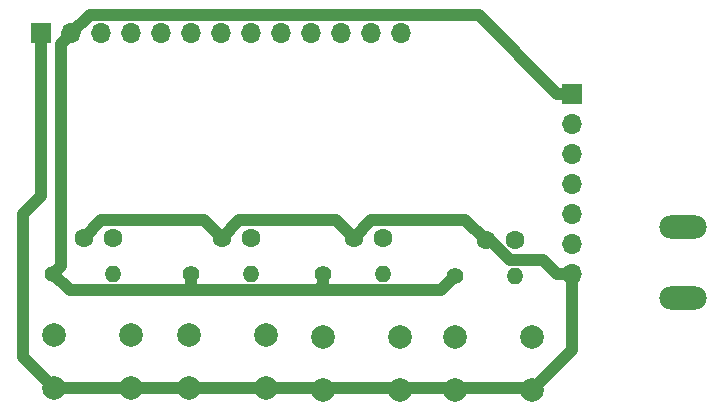
<source format=gbr>
%TF.GenerationSoftware,KiCad,Pcbnew,(6.0.4)*%
%TF.CreationDate,2022-07-19T16:38:10+09:00*%
%TF.ProjectId,io_board,696f5f62-6f61-4726-942e-6b696361645f,rev?*%
%TF.SameCoordinates,Original*%
%TF.FileFunction,Copper,L1,Top*%
%TF.FilePolarity,Positive*%
%FSLAX46Y46*%
G04 Gerber Fmt 4.6, Leading zero omitted, Abs format (unit mm)*
G04 Created by KiCad (PCBNEW (6.0.4)) date 2022-07-19 16:38:10*
%MOMM*%
%LPD*%
G01*
G04 APERTURE LIST*
%TA.AperFunction,ComponentPad*%
%ADD10C,1.600000*%
%TD*%
%TA.AperFunction,ComponentPad*%
%ADD11C,2.000000*%
%TD*%
%TA.AperFunction,ComponentPad*%
%ADD12C,1.400000*%
%TD*%
%TA.AperFunction,ComponentPad*%
%ADD13O,1.400000X1.400000*%
%TD*%
%TA.AperFunction,ComponentPad*%
%ADD14R,1.700000X1.700000*%
%TD*%
%TA.AperFunction,ComponentPad*%
%ADD15O,1.700000X1.700000*%
%TD*%
%TA.AperFunction,ComponentPad*%
%ADD16O,4.000000X2.000000*%
%TD*%
%TA.AperFunction,Conductor*%
%ADD17C,1.000000*%
%TD*%
%TA.AperFunction,Conductor*%
%ADD18C,0.250000*%
%TD*%
G04 APERTURE END LIST*
D10*
X166116000Y-67782000D03*
X163616000Y-67782000D03*
D11*
X149860000Y-75982000D03*
X156360000Y-75982000D03*
X149860000Y-80482000D03*
X156360000Y-80482000D03*
D12*
X138684000Y-70612000D03*
D13*
X143764000Y-70612000D03*
D12*
X149860000Y-70612000D03*
D13*
X154940000Y-70612000D03*
D11*
X138482000Y-75764000D03*
X144982000Y-75764000D03*
X138482000Y-80264000D03*
X144982000Y-80264000D03*
D12*
X161036000Y-70830000D03*
D13*
X166116000Y-70830000D03*
D14*
X170967000Y-55392000D03*
D15*
X170967000Y-57932000D03*
X170967000Y-60472000D03*
X170967000Y-63012000D03*
X170967000Y-65552000D03*
X170967000Y-68092000D03*
X170967000Y-70632000D03*
D14*
X125999000Y-50267000D03*
D15*
X128539000Y-50267000D03*
X131079000Y-50267000D03*
X133619000Y-50267000D03*
X136159000Y-50267000D03*
X138699000Y-50267000D03*
X141239000Y-50267000D03*
X143779000Y-50267000D03*
X146319000Y-50267000D03*
X148859000Y-50267000D03*
X151399000Y-50267000D03*
X153939000Y-50267000D03*
X156479000Y-50267000D03*
D10*
X132080000Y-67564000D03*
X129580000Y-67564000D03*
D11*
X161036000Y-75982000D03*
X167536000Y-75982000D03*
X161036000Y-80482000D03*
X167536000Y-80482000D03*
X127104000Y-75764000D03*
X133604000Y-75764000D03*
X127104000Y-80264000D03*
X133604000Y-80264000D03*
D10*
X143764000Y-67564000D03*
X141264000Y-67564000D03*
X154940000Y-67564000D03*
X152440000Y-67564000D03*
D12*
X127000000Y-70612000D03*
D13*
X132080000Y-70612000D03*
D16*
X180340000Y-72644000D03*
X180340000Y-66644000D03*
D17*
X142763511Y-66064489D02*
X150940489Y-66064489D01*
X163995370Y-67782000D02*
X165643859Y-69430489D01*
D18*
X133604000Y-80264000D02*
X167318000Y-80264000D01*
D17*
X141264000Y-67564000D02*
X142763511Y-66064489D01*
X124460000Y-65532000D02*
X124460000Y-77620000D01*
X150940489Y-66064489D02*
X152440000Y-67564000D01*
X139764489Y-66064489D02*
X141264000Y-67564000D01*
X169692000Y-70632000D02*
X168490489Y-69430489D01*
X163616000Y-67782000D02*
X163995370Y-67782000D01*
X125999000Y-50267000D02*
X125999000Y-63993000D01*
X165643859Y-69430489D02*
X168490489Y-69430489D01*
D18*
X125999000Y-50267000D02*
X125975489Y-50290511D01*
X127104000Y-80264000D02*
X133604000Y-80264000D01*
D17*
X129580000Y-67564000D02*
X131079511Y-66064489D01*
X170967000Y-70632000D02*
X169692000Y-70632000D01*
X167318000Y-80264000D02*
X167536000Y-80482000D01*
X170967000Y-77051000D02*
X170967000Y-70632000D01*
X167536000Y-80482000D02*
X170967000Y-77051000D01*
X153939511Y-66064489D02*
X161898489Y-66064489D01*
X125999000Y-63993000D02*
X124460000Y-65532000D01*
X161898489Y-66064489D02*
X163616000Y-67782000D01*
D18*
X163616000Y-67782000D02*
X164516878Y-67782000D01*
D17*
X131079511Y-66064489D02*
X139764489Y-66064489D01*
X152440000Y-67564000D02*
X153939511Y-66064489D01*
X124460000Y-77620000D02*
X127104000Y-80264000D01*
D18*
X125999000Y-50267000D02*
X125779489Y-50486511D01*
D17*
X127104000Y-80264000D02*
X167318000Y-80264000D01*
X138684000Y-70612000D02*
X138684000Y-71573022D01*
X130088511Y-48717489D02*
X128539000Y-50267000D01*
D18*
X149860000Y-70612000D02*
X149860000Y-71628000D01*
D17*
X170967000Y-55392000D02*
X169692000Y-55392000D01*
D18*
X138402511Y-71854511D02*
X149578511Y-71854511D01*
X149578511Y-71854511D02*
X150086511Y-71854511D01*
D17*
X169692000Y-55392000D02*
X163017489Y-48717489D01*
X128399511Y-72011511D02*
X159854489Y-72011511D01*
X127689000Y-69923000D02*
X127000000Y-70612000D01*
X128539000Y-50267000D02*
X127689000Y-51117000D01*
X159854489Y-72011511D02*
X161036000Y-70830000D01*
D18*
X160011489Y-71854511D02*
X161036000Y-70830000D01*
D17*
X163017489Y-48717489D02*
X130088511Y-48717489D01*
D18*
X150086511Y-71854511D02*
X160011489Y-71854511D01*
X138684000Y-71573022D02*
X138402511Y-71854511D01*
D17*
X149860000Y-70612000D02*
X149860000Y-71573022D01*
D18*
X128242511Y-71854511D02*
X138402511Y-71854511D01*
D17*
X127000000Y-70612000D02*
X128399511Y-72011511D01*
X127689000Y-51117000D02*
X127689000Y-69923000D01*
X149860000Y-71573022D02*
X149578511Y-71854511D01*
D18*
X149860000Y-71628000D02*
X150086511Y-71854511D01*
X127000000Y-70612000D02*
X128242511Y-71854511D01*
M02*

</source>
